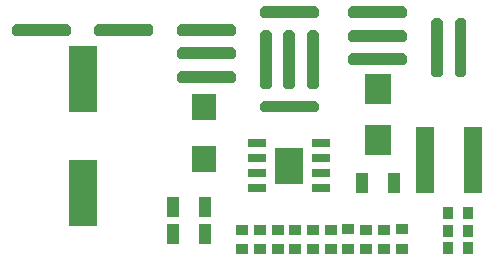
<source format=gtp>
G04*
G04 #@! TF.GenerationSoftware,Altium Limited,Altium Designer,24.5.2 (23)*
G04*
G04 Layer_Color=8421504*
%FSLAX44Y44*%
%MOMM*%
G71*
G04*
G04 #@! TF.SameCoordinates,245D8356-CA84-4E05-9727-EF31AAE23950*
G04*
G04*
G04 #@! TF.FilePolarity,Positive*
G04*
G01*
G75*
%ADD13R,2.3000X2.5000*%
%ADD14R,1.5250X0.6500*%
%ADD15R,2.4000X3.1000*%
%ADD16R,1.0700X1.7800*%
%ADD17R,1.0200X0.9400*%
%ADD18R,1.0000X0.9000*%
%ADD19R,1.5500X5.6000*%
%ADD20R,0.9000X1.0000*%
%ADD21R,2.3500X5.6500*%
%ADD22R,2.1500X2.2000*%
G36*
X365000Y217500D02*
Y212500D01*
X362500Y210000D01*
X317500D01*
X315000Y212500D01*
Y217500D01*
X317500Y220000D01*
X362500D01*
X365000Y217500D01*
D02*
G37*
G36*
X290000D02*
Y212500D01*
X287500Y210000D01*
X242500D01*
X240000Y212500D01*
Y217500D01*
X242500Y220000D01*
X287500D01*
X290000Y217500D01*
D02*
G37*
G36*
X220000Y202500D02*
Y197500D01*
X217500Y195000D01*
X172500D01*
X170000Y197500D01*
Y202500D01*
X172500Y205000D01*
X217500D01*
X220000Y202500D01*
D02*
G37*
G36*
X150000D02*
Y197500D01*
X147500Y195000D01*
X102500D01*
X100000Y197500D01*
Y202500D01*
X102500Y205000D01*
X147500D01*
X150000Y202500D01*
D02*
G37*
G36*
X80000D02*
Y197500D01*
X77500Y195000D01*
X32500D01*
X30000Y197500D01*
Y202500D01*
X32500Y205000D01*
X77500D01*
X80000Y202500D01*
D02*
G37*
G36*
X365000Y197500D02*
Y192500D01*
X362500Y190000D01*
X317500D01*
X315000Y192500D01*
Y197500D01*
X317500Y200000D01*
X362500D01*
X365000Y197500D01*
D02*
G37*
G36*
X220000Y182500D02*
Y177500D01*
X217500Y175000D01*
X172500D01*
X170000Y177500D01*
Y182500D01*
X172500Y185000D01*
X217500D01*
X220000Y182500D01*
D02*
G37*
G36*
X365000Y177500D02*
Y172500D01*
X362500Y170000D01*
X317500D01*
X315000Y172500D01*
Y177500D01*
X317500Y180000D01*
X362500D01*
X365000Y177500D01*
D02*
G37*
G36*
X415000Y207500D02*
Y162500D01*
X412500Y160000D01*
X407500D01*
X405000Y162500D01*
Y207500D01*
X407500Y210000D01*
X412500D01*
X415000Y207500D01*
D02*
G37*
G36*
X395000D02*
Y162500D01*
X392500Y160000D01*
X387500D01*
X385000Y162500D01*
Y207500D01*
X387500Y210000D01*
X392500D01*
X395000Y207500D01*
D02*
G37*
G36*
X220000Y162500D02*
Y157500D01*
X217500Y155000D01*
X172500D01*
X170000Y157500D01*
Y162500D01*
X172500Y165000D01*
X217500D01*
X220000Y162500D01*
D02*
G37*
G36*
X290000Y197500D02*
Y152500D01*
X287500Y150000D01*
X282500D01*
X280000Y152500D01*
Y197500D01*
X282500Y200000D01*
X287500D01*
X290000Y197500D01*
D02*
G37*
G36*
X270000D02*
Y152500D01*
X267500Y150000D01*
X262500D01*
X260000Y152500D01*
Y197500D01*
X262500Y200000D01*
X267500D01*
X270000Y197500D01*
D02*
G37*
G36*
X250000D02*
Y152500D01*
X247500Y150000D01*
X242500D01*
X240000Y152500D01*
Y197500D01*
X242500Y200000D01*
X247500D01*
X250000Y197500D01*
D02*
G37*
G36*
X290000Y137500D02*
Y132500D01*
X287500Y130000D01*
X242500D01*
X240000Y132500D01*
Y137500D01*
X242500Y140000D01*
X287500D01*
X290000Y137500D01*
D02*
G37*
D13*
X340000Y107000D02*
D03*
Y150000D02*
D03*
D14*
X237880Y104050D02*
D03*
Y91350D02*
D03*
Y78650D02*
D03*
Y65950D02*
D03*
X292120D02*
D03*
Y78650D02*
D03*
Y91350D02*
D03*
Y104050D02*
D03*
D15*
X265000Y85000D02*
D03*
D16*
X353600Y70000D02*
D03*
X326400D02*
D03*
X166400Y50000D02*
D03*
X193600D02*
D03*
X166400Y27500D02*
D03*
X193600D02*
D03*
D17*
X345000Y14600D02*
D03*
Y30400D02*
D03*
X330000Y30400D02*
D03*
Y14600D02*
D03*
X255000Y30400D02*
D03*
Y14600D02*
D03*
X300000Y30400D02*
D03*
Y14600D02*
D03*
X285000Y14600D02*
D03*
Y30400D02*
D03*
X270000Y30400D02*
D03*
Y14600D02*
D03*
X225000Y30400D02*
D03*
Y14600D02*
D03*
X240000Y14600D02*
D03*
Y30400D02*
D03*
D18*
X315000Y31000D02*
D03*
Y14000D02*
D03*
X360000D02*
D03*
Y31000D02*
D03*
D19*
X420250Y90000D02*
D03*
X379750D02*
D03*
D20*
X399000Y45000D02*
D03*
X416000D02*
D03*
X399000Y30000D02*
D03*
X416000D02*
D03*
X399000Y15000D02*
D03*
X416000D02*
D03*
D21*
X90000Y61500D02*
D03*
Y158500D02*
D03*
D22*
X192500Y90500D02*
D03*
Y134500D02*
D03*
M02*

</source>
